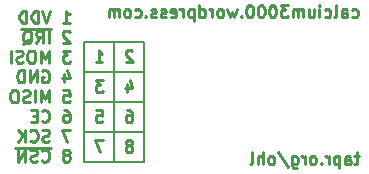
<source format=gbo>
G04 #@! TF.FileFunction,Legend,Bot*
%FSLAX46Y46*%
G04 Gerber Fmt 4.6, Leading zero omitted, Abs format (unit mm)*
G04 Created by KiCad (PCBNEW 4.0.2+dfsg1-stable) date Sun 14 May 2017 07:44:14 PM MDT*
%MOMM*%
G01*
G04 APERTURE LIST*
%ADD10C,0.100000*%
%ADD11C,0.254000*%
%ADD12C,0.200000*%
G04 APERTURE END LIST*
D10*
D11*
X152811238Y-92238286D02*
X152424190Y-92238286D01*
X152666095Y-91899619D02*
X152666095Y-92770476D01*
X152617714Y-92867238D01*
X152520952Y-92915619D01*
X152424190Y-92915619D01*
X151650096Y-92915619D02*
X151650096Y-92383429D01*
X151698477Y-92286667D01*
X151795239Y-92238286D01*
X151988762Y-92238286D01*
X152085524Y-92286667D01*
X151650096Y-92867238D02*
X151746858Y-92915619D01*
X151988762Y-92915619D01*
X152085524Y-92867238D01*
X152133905Y-92770476D01*
X152133905Y-92673714D01*
X152085524Y-92576952D01*
X151988762Y-92528571D01*
X151746858Y-92528571D01*
X151650096Y-92480190D01*
X151166286Y-92238286D02*
X151166286Y-93254286D01*
X151166286Y-92286667D02*
X151069524Y-92238286D01*
X150876001Y-92238286D01*
X150779239Y-92286667D01*
X150730858Y-92335048D01*
X150682477Y-92431810D01*
X150682477Y-92722095D01*
X150730858Y-92818857D01*
X150779239Y-92867238D01*
X150876001Y-92915619D01*
X151069524Y-92915619D01*
X151166286Y-92867238D01*
X150247048Y-92915619D02*
X150247048Y-92238286D01*
X150247048Y-92431810D02*
X150198667Y-92335048D01*
X150150286Y-92286667D01*
X150053524Y-92238286D01*
X149956763Y-92238286D01*
X149618096Y-92818857D02*
X149569715Y-92867238D01*
X149618096Y-92915619D01*
X149666477Y-92867238D01*
X149618096Y-92818857D01*
X149618096Y-92915619D01*
X148989143Y-92915619D02*
X149085905Y-92867238D01*
X149134286Y-92818857D01*
X149182667Y-92722095D01*
X149182667Y-92431810D01*
X149134286Y-92335048D01*
X149085905Y-92286667D01*
X148989143Y-92238286D01*
X148844001Y-92238286D01*
X148747239Y-92286667D01*
X148698858Y-92335048D01*
X148650477Y-92431810D01*
X148650477Y-92722095D01*
X148698858Y-92818857D01*
X148747239Y-92867238D01*
X148844001Y-92915619D01*
X148989143Y-92915619D01*
X148215048Y-92915619D02*
X148215048Y-92238286D01*
X148215048Y-92431810D02*
X148166667Y-92335048D01*
X148118286Y-92286667D01*
X148021524Y-92238286D01*
X147924763Y-92238286D01*
X147150668Y-92238286D02*
X147150668Y-93060762D01*
X147199049Y-93157524D01*
X147247430Y-93205905D01*
X147344191Y-93254286D01*
X147489334Y-93254286D01*
X147586096Y-93205905D01*
X147150668Y-92867238D02*
X147247430Y-92915619D01*
X147440953Y-92915619D01*
X147537715Y-92867238D01*
X147586096Y-92818857D01*
X147634477Y-92722095D01*
X147634477Y-92431810D01*
X147586096Y-92335048D01*
X147537715Y-92286667D01*
X147440953Y-92238286D01*
X147247430Y-92238286D01*
X147150668Y-92286667D01*
X145941144Y-91851238D02*
X146812001Y-93157524D01*
X145457334Y-92915619D02*
X145554096Y-92867238D01*
X145602477Y-92818857D01*
X145650858Y-92722095D01*
X145650858Y-92431810D01*
X145602477Y-92335048D01*
X145554096Y-92286667D01*
X145457334Y-92238286D01*
X145312192Y-92238286D01*
X145215430Y-92286667D01*
X145167049Y-92335048D01*
X145118668Y-92431810D01*
X145118668Y-92722095D01*
X145167049Y-92818857D01*
X145215430Y-92867238D01*
X145312192Y-92915619D01*
X145457334Y-92915619D01*
X144683239Y-92915619D02*
X144683239Y-91899619D01*
X144247811Y-92915619D02*
X144247811Y-92383429D01*
X144296192Y-92286667D01*
X144392954Y-92238286D01*
X144538096Y-92238286D01*
X144634858Y-92286667D01*
X144683239Y-92335048D01*
X143618858Y-92915619D02*
X143715620Y-92867238D01*
X143764001Y-92770476D01*
X143764001Y-91899619D01*
X152230667Y-80421238D02*
X152327429Y-80469619D01*
X152520952Y-80469619D01*
X152617714Y-80421238D01*
X152666095Y-80372857D01*
X152714476Y-80276095D01*
X152714476Y-79985810D01*
X152666095Y-79889048D01*
X152617714Y-79840667D01*
X152520952Y-79792286D01*
X152327429Y-79792286D01*
X152230667Y-79840667D01*
X151359810Y-80469619D02*
X151359810Y-79937429D01*
X151408191Y-79840667D01*
X151504953Y-79792286D01*
X151698476Y-79792286D01*
X151795238Y-79840667D01*
X151359810Y-80421238D02*
X151456572Y-80469619D01*
X151698476Y-80469619D01*
X151795238Y-80421238D01*
X151843619Y-80324476D01*
X151843619Y-80227714D01*
X151795238Y-80130952D01*
X151698476Y-80082571D01*
X151456572Y-80082571D01*
X151359810Y-80034190D01*
X150730857Y-80469619D02*
X150827619Y-80421238D01*
X150876000Y-80324476D01*
X150876000Y-79453619D01*
X149908382Y-80421238D02*
X150005144Y-80469619D01*
X150198667Y-80469619D01*
X150295429Y-80421238D01*
X150343810Y-80372857D01*
X150392191Y-80276095D01*
X150392191Y-79985810D01*
X150343810Y-79889048D01*
X150295429Y-79840667D01*
X150198667Y-79792286D01*
X150005144Y-79792286D01*
X149908382Y-79840667D01*
X149472953Y-80469619D02*
X149472953Y-79792286D01*
X149472953Y-79453619D02*
X149521334Y-79502000D01*
X149472953Y-79550381D01*
X149424572Y-79502000D01*
X149472953Y-79453619D01*
X149472953Y-79550381D01*
X148553715Y-79792286D02*
X148553715Y-80469619D01*
X148989143Y-79792286D02*
X148989143Y-80324476D01*
X148940762Y-80421238D01*
X148844000Y-80469619D01*
X148698858Y-80469619D01*
X148602096Y-80421238D01*
X148553715Y-80372857D01*
X148069905Y-80469619D02*
X148069905Y-79792286D01*
X148069905Y-79889048D02*
X148021524Y-79840667D01*
X147924762Y-79792286D01*
X147779620Y-79792286D01*
X147682858Y-79840667D01*
X147634477Y-79937429D01*
X147634477Y-80469619D01*
X147634477Y-79937429D02*
X147586096Y-79840667D01*
X147489334Y-79792286D01*
X147344191Y-79792286D01*
X147247429Y-79840667D01*
X147199048Y-79937429D01*
X147199048Y-80469619D01*
X146812000Y-79453619D02*
X146183048Y-79453619D01*
X146521714Y-79840667D01*
X146376572Y-79840667D01*
X146279810Y-79889048D01*
X146231429Y-79937429D01*
X146183048Y-80034190D01*
X146183048Y-80276095D01*
X146231429Y-80372857D01*
X146279810Y-80421238D01*
X146376572Y-80469619D01*
X146666857Y-80469619D01*
X146763619Y-80421238D01*
X146812000Y-80372857D01*
X145554095Y-79453619D02*
X145457334Y-79453619D01*
X145360572Y-79502000D01*
X145312191Y-79550381D01*
X145263810Y-79647143D01*
X145215429Y-79840667D01*
X145215429Y-80082571D01*
X145263810Y-80276095D01*
X145312191Y-80372857D01*
X145360572Y-80421238D01*
X145457334Y-80469619D01*
X145554095Y-80469619D01*
X145650857Y-80421238D01*
X145699238Y-80372857D01*
X145747619Y-80276095D01*
X145796000Y-80082571D01*
X145796000Y-79840667D01*
X145747619Y-79647143D01*
X145699238Y-79550381D01*
X145650857Y-79502000D01*
X145554095Y-79453619D01*
X144586476Y-79453619D02*
X144489715Y-79453619D01*
X144392953Y-79502000D01*
X144344572Y-79550381D01*
X144296191Y-79647143D01*
X144247810Y-79840667D01*
X144247810Y-80082571D01*
X144296191Y-80276095D01*
X144344572Y-80372857D01*
X144392953Y-80421238D01*
X144489715Y-80469619D01*
X144586476Y-80469619D01*
X144683238Y-80421238D01*
X144731619Y-80372857D01*
X144780000Y-80276095D01*
X144828381Y-80082571D01*
X144828381Y-79840667D01*
X144780000Y-79647143D01*
X144731619Y-79550381D01*
X144683238Y-79502000D01*
X144586476Y-79453619D01*
X143618857Y-79453619D02*
X143522096Y-79453619D01*
X143425334Y-79502000D01*
X143376953Y-79550381D01*
X143328572Y-79647143D01*
X143280191Y-79840667D01*
X143280191Y-80082571D01*
X143328572Y-80276095D01*
X143376953Y-80372857D01*
X143425334Y-80421238D01*
X143522096Y-80469619D01*
X143618857Y-80469619D01*
X143715619Y-80421238D01*
X143764000Y-80372857D01*
X143812381Y-80276095D01*
X143860762Y-80082571D01*
X143860762Y-79840667D01*
X143812381Y-79647143D01*
X143764000Y-79550381D01*
X143715619Y-79502000D01*
X143618857Y-79453619D01*
X142844762Y-80372857D02*
X142796381Y-80421238D01*
X142844762Y-80469619D01*
X142893143Y-80421238D01*
X142844762Y-80372857D01*
X142844762Y-80469619D01*
X142457714Y-79792286D02*
X142264190Y-80469619D01*
X142070667Y-79985810D01*
X141877143Y-80469619D01*
X141683619Y-79792286D01*
X141151428Y-80469619D02*
X141248190Y-80421238D01*
X141296571Y-80372857D01*
X141344952Y-80276095D01*
X141344952Y-79985810D01*
X141296571Y-79889048D01*
X141248190Y-79840667D01*
X141151428Y-79792286D01*
X141006286Y-79792286D01*
X140909524Y-79840667D01*
X140861143Y-79889048D01*
X140812762Y-79985810D01*
X140812762Y-80276095D01*
X140861143Y-80372857D01*
X140909524Y-80421238D01*
X141006286Y-80469619D01*
X141151428Y-80469619D01*
X140377333Y-80469619D02*
X140377333Y-79792286D01*
X140377333Y-79985810D02*
X140328952Y-79889048D01*
X140280571Y-79840667D01*
X140183809Y-79792286D01*
X140087048Y-79792286D01*
X139312953Y-80469619D02*
X139312953Y-79453619D01*
X139312953Y-80421238D02*
X139409715Y-80469619D01*
X139603238Y-80469619D01*
X139700000Y-80421238D01*
X139748381Y-80372857D01*
X139796762Y-80276095D01*
X139796762Y-79985810D01*
X139748381Y-79889048D01*
X139700000Y-79840667D01*
X139603238Y-79792286D01*
X139409715Y-79792286D01*
X139312953Y-79840667D01*
X138829143Y-79792286D02*
X138829143Y-80808286D01*
X138829143Y-79840667D02*
X138732381Y-79792286D01*
X138538858Y-79792286D01*
X138442096Y-79840667D01*
X138393715Y-79889048D01*
X138345334Y-79985810D01*
X138345334Y-80276095D01*
X138393715Y-80372857D01*
X138442096Y-80421238D01*
X138538858Y-80469619D01*
X138732381Y-80469619D01*
X138829143Y-80421238D01*
X137909905Y-80469619D02*
X137909905Y-79792286D01*
X137909905Y-79985810D02*
X137861524Y-79889048D01*
X137813143Y-79840667D01*
X137716381Y-79792286D01*
X137619620Y-79792286D01*
X136893906Y-80421238D02*
X136990668Y-80469619D01*
X137184191Y-80469619D01*
X137280953Y-80421238D01*
X137329334Y-80324476D01*
X137329334Y-79937429D01*
X137280953Y-79840667D01*
X137184191Y-79792286D01*
X136990668Y-79792286D01*
X136893906Y-79840667D01*
X136845525Y-79937429D01*
X136845525Y-80034190D01*
X137329334Y-80130952D01*
X136458477Y-80421238D02*
X136361715Y-80469619D01*
X136168191Y-80469619D01*
X136071430Y-80421238D01*
X136023049Y-80324476D01*
X136023049Y-80276095D01*
X136071430Y-80179333D01*
X136168191Y-80130952D01*
X136313334Y-80130952D01*
X136410096Y-80082571D01*
X136458477Y-79985810D01*
X136458477Y-79937429D01*
X136410096Y-79840667D01*
X136313334Y-79792286D01*
X136168191Y-79792286D01*
X136071430Y-79840667D01*
X135636001Y-80421238D02*
X135539239Y-80469619D01*
X135345715Y-80469619D01*
X135248954Y-80421238D01*
X135200573Y-80324476D01*
X135200573Y-80276095D01*
X135248954Y-80179333D01*
X135345715Y-80130952D01*
X135490858Y-80130952D01*
X135587620Y-80082571D01*
X135636001Y-79985810D01*
X135636001Y-79937429D01*
X135587620Y-79840667D01*
X135490858Y-79792286D01*
X135345715Y-79792286D01*
X135248954Y-79840667D01*
X134765144Y-80372857D02*
X134716763Y-80421238D01*
X134765144Y-80469619D01*
X134813525Y-80421238D01*
X134765144Y-80372857D01*
X134765144Y-80469619D01*
X133845906Y-80421238D02*
X133942668Y-80469619D01*
X134136191Y-80469619D01*
X134232953Y-80421238D01*
X134281334Y-80372857D01*
X134329715Y-80276095D01*
X134329715Y-79985810D01*
X134281334Y-79889048D01*
X134232953Y-79840667D01*
X134136191Y-79792286D01*
X133942668Y-79792286D01*
X133845906Y-79840667D01*
X133265334Y-80469619D02*
X133362096Y-80421238D01*
X133410477Y-80372857D01*
X133458858Y-80276095D01*
X133458858Y-79985810D01*
X133410477Y-79889048D01*
X133362096Y-79840667D01*
X133265334Y-79792286D01*
X133120192Y-79792286D01*
X133023430Y-79840667D01*
X132975049Y-79889048D01*
X132926668Y-79985810D01*
X132926668Y-80276095D01*
X132975049Y-80372857D01*
X133023430Y-80421238D01*
X133120192Y-80469619D01*
X133265334Y-80469619D01*
X132491239Y-80469619D02*
X132491239Y-79792286D01*
X132491239Y-79889048D02*
X132442858Y-79840667D01*
X132346096Y-79792286D01*
X132200954Y-79792286D01*
X132104192Y-79840667D01*
X132055811Y-79937429D01*
X132055811Y-80469619D01*
X132055811Y-79937429D02*
X132007430Y-79840667D01*
X131910668Y-79792286D01*
X131765525Y-79792286D01*
X131668763Y-79840667D01*
X131620382Y-79937429D01*
X131620382Y-80469619D01*
X127749905Y-80952219D02*
X128330476Y-80952219D01*
X128040190Y-80952219D02*
X128040190Y-79936219D01*
X128136952Y-80081362D01*
X128233714Y-80178124D01*
X128330476Y-80226505D01*
X126685524Y-79936219D02*
X126346857Y-80952219D01*
X126008191Y-79936219D01*
X125669524Y-80952219D02*
X125669524Y-79936219D01*
X125427619Y-79936219D01*
X125282477Y-79984600D01*
X125185715Y-80081362D01*
X125137334Y-80178124D01*
X125088953Y-80371648D01*
X125088953Y-80516790D01*
X125137334Y-80710314D01*
X125185715Y-80807076D01*
X125282477Y-80903838D01*
X125427619Y-80952219D01*
X125669524Y-80952219D01*
X124653524Y-80952219D02*
X124653524Y-79936219D01*
X124411619Y-79936219D01*
X124266477Y-79984600D01*
X124169715Y-80081362D01*
X124121334Y-80178124D01*
X124072953Y-80371648D01*
X124072953Y-80516790D01*
X124121334Y-80710314D01*
X124169715Y-80807076D01*
X124266477Y-80903838D01*
X124411619Y-80952219D01*
X124653524Y-80952219D01*
X128330476Y-81709381D02*
X128282095Y-81661000D01*
X128185333Y-81612619D01*
X127943429Y-81612619D01*
X127846667Y-81661000D01*
X127798286Y-81709381D01*
X127749905Y-81806143D01*
X127749905Y-81902905D01*
X127798286Y-82048048D01*
X128378857Y-82628619D01*
X127749905Y-82628619D01*
X126540381Y-82628619D02*
X126540381Y-81612619D01*
X125476000Y-82628619D02*
X125814666Y-82144810D01*
X126056571Y-82628619D02*
X126056571Y-81612619D01*
X125669524Y-81612619D01*
X125572762Y-81661000D01*
X125524381Y-81709381D01*
X125476000Y-81806143D01*
X125476000Y-81951286D01*
X125524381Y-82048048D01*
X125572762Y-82096429D01*
X125669524Y-82144810D01*
X126056571Y-82144810D01*
X124363238Y-82725381D02*
X124460000Y-82677000D01*
X124556762Y-82580238D01*
X124701905Y-82435095D01*
X124798666Y-82386714D01*
X124895428Y-82386714D01*
X124847047Y-82628619D02*
X124943809Y-82580238D01*
X125040571Y-82483476D01*
X125088952Y-82289952D01*
X125088952Y-81951286D01*
X125040571Y-81757762D01*
X124943809Y-81661000D01*
X124847047Y-81612619D01*
X124653524Y-81612619D01*
X124556762Y-81661000D01*
X124460000Y-81757762D01*
X124411619Y-81951286D01*
X124411619Y-82289952D01*
X124460000Y-82483476D01*
X124556762Y-82580238D01*
X124653524Y-82628619D01*
X124847047Y-82628619D01*
X126782286Y-81437480D02*
X124218095Y-81437480D01*
X128378857Y-83289019D02*
X127749905Y-83289019D01*
X128088571Y-83676067D01*
X127943429Y-83676067D01*
X127846667Y-83724448D01*
X127798286Y-83772829D01*
X127749905Y-83869590D01*
X127749905Y-84111495D01*
X127798286Y-84208257D01*
X127846667Y-84256638D01*
X127943429Y-84305019D01*
X128233714Y-84305019D01*
X128330476Y-84256638D01*
X128378857Y-84208257D01*
X126540381Y-84305019D02*
X126540381Y-83289019D01*
X126201715Y-84014733D01*
X125863048Y-83289019D01*
X125863048Y-84305019D01*
X125185714Y-83289019D02*
X124992191Y-83289019D01*
X124895429Y-83337400D01*
X124798667Y-83434162D01*
X124750286Y-83627686D01*
X124750286Y-83966352D01*
X124798667Y-84159876D01*
X124895429Y-84256638D01*
X124992191Y-84305019D01*
X125185714Y-84305019D01*
X125282476Y-84256638D01*
X125379238Y-84159876D01*
X125427619Y-83966352D01*
X125427619Y-83627686D01*
X125379238Y-83434162D01*
X125282476Y-83337400D01*
X125185714Y-83289019D01*
X124363238Y-84256638D02*
X124218095Y-84305019D01*
X123976191Y-84305019D01*
X123879429Y-84256638D01*
X123831048Y-84208257D01*
X123782667Y-84111495D01*
X123782667Y-84014733D01*
X123831048Y-83917971D01*
X123879429Y-83869590D01*
X123976191Y-83821210D01*
X124169714Y-83772829D01*
X124266476Y-83724448D01*
X124314857Y-83676067D01*
X124363238Y-83579305D01*
X124363238Y-83482543D01*
X124314857Y-83385781D01*
X124266476Y-83337400D01*
X124169714Y-83289019D01*
X123927810Y-83289019D01*
X123782667Y-83337400D01*
X123347238Y-84305019D02*
X123347238Y-83289019D01*
X127846667Y-85304086D02*
X127846667Y-85981419D01*
X128088571Y-84917038D02*
X128330476Y-85642752D01*
X127701524Y-85642752D01*
X126008191Y-85013800D02*
X126104953Y-84965419D01*
X126250096Y-84965419D01*
X126395238Y-85013800D01*
X126492000Y-85110562D01*
X126540381Y-85207324D01*
X126588762Y-85400848D01*
X126588762Y-85545990D01*
X126540381Y-85739514D01*
X126492000Y-85836276D01*
X126395238Y-85933038D01*
X126250096Y-85981419D01*
X126153334Y-85981419D01*
X126008191Y-85933038D01*
X125959810Y-85884657D01*
X125959810Y-85545990D01*
X126153334Y-85545990D01*
X125524381Y-85981419D02*
X125524381Y-84965419D01*
X124943810Y-85981419D01*
X124943810Y-84965419D01*
X124460000Y-85981419D02*
X124460000Y-84965419D01*
X124218095Y-84965419D01*
X124072953Y-85013800D01*
X123976191Y-85110562D01*
X123927810Y-85207324D01*
X123879429Y-85400848D01*
X123879429Y-85545990D01*
X123927810Y-85739514D01*
X123976191Y-85836276D01*
X124072953Y-85933038D01*
X124218095Y-85981419D01*
X124460000Y-85981419D01*
X127798286Y-86641819D02*
X128282095Y-86641819D01*
X128330476Y-87125629D01*
X128282095Y-87077248D01*
X128185333Y-87028867D01*
X127943429Y-87028867D01*
X127846667Y-87077248D01*
X127798286Y-87125629D01*
X127749905Y-87222390D01*
X127749905Y-87464295D01*
X127798286Y-87561057D01*
X127846667Y-87609438D01*
X127943429Y-87657819D01*
X128185333Y-87657819D01*
X128282095Y-87609438D01*
X128330476Y-87561057D01*
X126540381Y-87657819D02*
X126540381Y-86641819D01*
X126201715Y-87367533D01*
X125863048Y-86641819D01*
X125863048Y-87657819D01*
X125379238Y-87657819D02*
X125379238Y-86641819D01*
X124943809Y-87609438D02*
X124798666Y-87657819D01*
X124556762Y-87657819D01*
X124460000Y-87609438D01*
X124411619Y-87561057D01*
X124363238Y-87464295D01*
X124363238Y-87367533D01*
X124411619Y-87270771D01*
X124460000Y-87222390D01*
X124556762Y-87174010D01*
X124750285Y-87125629D01*
X124847047Y-87077248D01*
X124895428Y-87028867D01*
X124943809Y-86932105D01*
X124943809Y-86835343D01*
X124895428Y-86738581D01*
X124847047Y-86690200D01*
X124750285Y-86641819D01*
X124508381Y-86641819D01*
X124363238Y-86690200D01*
X123734285Y-86641819D02*
X123540762Y-86641819D01*
X123444000Y-86690200D01*
X123347238Y-86786962D01*
X123298857Y-86980486D01*
X123298857Y-87319152D01*
X123347238Y-87512676D01*
X123444000Y-87609438D01*
X123540762Y-87657819D01*
X123734285Y-87657819D01*
X123831047Y-87609438D01*
X123927809Y-87512676D01*
X123976190Y-87319152D01*
X123976190Y-86980486D01*
X123927809Y-86786962D01*
X123831047Y-86690200D01*
X123734285Y-86641819D01*
X127846667Y-88318219D02*
X128040190Y-88318219D01*
X128136952Y-88366600D01*
X128185333Y-88414981D01*
X128282095Y-88560124D01*
X128330476Y-88753648D01*
X128330476Y-89140695D01*
X128282095Y-89237457D01*
X128233714Y-89285838D01*
X128136952Y-89334219D01*
X127943429Y-89334219D01*
X127846667Y-89285838D01*
X127798286Y-89237457D01*
X127749905Y-89140695D01*
X127749905Y-88898790D01*
X127798286Y-88802029D01*
X127846667Y-88753648D01*
X127943429Y-88705267D01*
X128136952Y-88705267D01*
X128233714Y-88753648D01*
X128282095Y-88802029D01*
X128330476Y-88898790D01*
X125959810Y-89237457D02*
X126008191Y-89285838D01*
X126153334Y-89334219D01*
X126250096Y-89334219D01*
X126395238Y-89285838D01*
X126492000Y-89189076D01*
X126540381Y-89092314D01*
X126588762Y-88898790D01*
X126588762Y-88753648D01*
X126540381Y-88560124D01*
X126492000Y-88463362D01*
X126395238Y-88366600D01*
X126250096Y-88318219D01*
X126153334Y-88318219D01*
X126008191Y-88366600D01*
X125959810Y-88414981D01*
X125524381Y-88802029D02*
X125185715Y-88802029D01*
X125040572Y-89334219D02*
X125524381Y-89334219D01*
X125524381Y-88318219D01*
X125040572Y-88318219D01*
X128378857Y-89994619D02*
X127701524Y-89994619D01*
X128136952Y-91010619D01*
X126588762Y-90962238D02*
X126443619Y-91010619D01*
X126201715Y-91010619D01*
X126104953Y-90962238D01*
X126056572Y-90913857D01*
X126008191Y-90817095D01*
X126008191Y-90720333D01*
X126056572Y-90623571D01*
X126104953Y-90575190D01*
X126201715Y-90526810D01*
X126395238Y-90478429D01*
X126492000Y-90430048D01*
X126540381Y-90381667D01*
X126588762Y-90284905D01*
X126588762Y-90188143D01*
X126540381Y-90091381D01*
X126492000Y-90043000D01*
X126395238Y-89994619D01*
X126153334Y-89994619D01*
X126008191Y-90043000D01*
X124992191Y-90913857D02*
X125040572Y-90962238D01*
X125185715Y-91010619D01*
X125282477Y-91010619D01*
X125427619Y-90962238D01*
X125524381Y-90865476D01*
X125572762Y-90768714D01*
X125621143Y-90575190D01*
X125621143Y-90430048D01*
X125572762Y-90236524D01*
X125524381Y-90139762D01*
X125427619Y-90043000D01*
X125282477Y-89994619D01*
X125185715Y-89994619D01*
X125040572Y-90043000D01*
X124992191Y-90091381D01*
X124556762Y-91010619D02*
X124556762Y-89994619D01*
X123976191Y-91010619D02*
X124411619Y-90430048D01*
X123976191Y-89994619D02*
X124556762Y-90575190D01*
X128136952Y-92106448D02*
X128233714Y-92058067D01*
X128282095Y-92009686D01*
X128330476Y-91912924D01*
X128330476Y-91864543D01*
X128282095Y-91767781D01*
X128233714Y-91719400D01*
X128136952Y-91671019D01*
X127943429Y-91671019D01*
X127846667Y-91719400D01*
X127798286Y-91767781D01*
X127749905Y-91864543D01*
X127749905Y-91912924D01*
X127798286Y-92009686D01*
X127846667Y-92058067D01*
X127943429Y-92106448D01*
X128136952Y-92106448D01*
X128233714Y-92154829D01*
X128282095Y-92203210D01*
X128330476Y-92299971D01*
X128330476Y-92493495D01*
X128282095Y-92590257D01*
X128233714Y-92638638D01*
X128136952Y-92687019D01*
X127943429Y-92687019D01*
X127846667Y-92638638D01*
X127798286Y-92590257D01*
X127749905Y-92493495D01*
X127749905Y-92299971D01*
X127798286Y-92203210D01*
X127846667Y-92154829D01*
X127943429Y-92106448D01*
X125959810Y-92590257D02*
X126008191Y-92638638D01*
X126153334Y-92687019D01*
X126250096Y-92687019D01*
X126395238Y-92638638D01*
X126492000Y-92541876D01*
X126540381Y-92445114D01*
X126588762Y-92251590D01*
X126588762Y-92106448D01*
X126540381Y-91912924D01*
X126492000Y-91816162D01*
X126395238Y-91719400D01*
X126250096Y-91671019D01*
X126153334Y-91671019D01*
X126008191Y-91719400D01*
X125959810Y-91767781D01*
X125572762Y-92638638D02*
X125427619Y-92687019D01*
X125185715Y-92687019D01*
X125088953Y-92638638D01*
X125040572Y-92590257D01*
X124992191Y-92493495D01*
X124992191Y-92396733D01*
X125040572Y-92299971D01*
X125088953Y-92251590D01*
X125185715Y-92203210D01*
X125379238Y-92154829D01*
X125476000Y-92106448D01*
X125524381Y-92058067D01*
X125572762Y-91961305D01*
X125572762Y-91864543D01*
X125524381Y-91767781D01*
X125476000Y-91719400D01*
X125379238Y-91671019D01*
X125137334Y-91671019D01*
X124992191Y-91719400D01*
X124556762Y-92687019D02*
X124556762Y-91671019D01*
X123976191Y-92687019D01*
X123976191Y-91671019D01*
X126782286Y-91495880D02*
X123734286Y-91495880D01*
X133446761Y-91319048D02*
X133543523Y-91270667D01*
X133591904Y-91222286D01*
X133640285Y-91125524D01*
X133640285Y-91077143D01*
X133591904Y-90980381D01*
X133543523Y-90932000D01*
X133446761Y-90883619D01*
X133253238Y-90883619D01*
X133156476Y-90932000D01*
X133108095Y-90980381D01*
X133059714Y-91077143D01*
X133059714Y-91125524D01*
X133108095Y-91222286D01*
X133156476Y-91270667D01*
X133253238Y-91319048D01*
X133446761Y-91319048D01*
X133543523Y-91367429D01*
X133591904Y-91415810D01*
X133640285Y-91512571D01*
X133640285Y-91706095D01*
X133591904Y-91802857D01*
X133543523Y-91851238D01*
X133446761Y-91899619D01*
X133253238Y-91899619D01*
X133156476Y-91851238D01*
X133108095Y-91802857D01*
X133059714Y-91706095D01*
X133059714Y-91512571D01*
X133108095Y-91415810D01*
X133156476Y-91367429D01*
X133253238Y-91319048D01*
X133156476Y-88343619D02*
X133349999Y-88343619D01*
X133446761Y-88392000D01*
X133495142Y-88440381D01*
X133591904Y-88585524D01*
X133640285Y-88779048D01*
X133640285Y-89166095D01*
X133591904Y-89262857D01*
X133543523Y-89311238D01*
X133446761Y-89359619D01*
X133253238Y-89359619D01*
X133156476Y-89311238D01*
X133108095Y-89262857D01*
X133059714Y-89166095D01*
X133059714Y-88924190D01*
X133108095Y-88827429D01*
X133156476Y-88779048D01*
X133253238Y-88730667D01*
X133446761Y-88730667D01*
X133543523Y-88779048D01*
X133591904Y-88827429D01*
X133640285Y-88924190D01*
X130568095Y-88343619D02*
X131051904Y-88343619D01*
X131100285Y-88827429D01*
X131051904Y-88779048D01*
X130955142Y-88730667D01*
X130713238Y-88730667D01*
X130616476Y-88779048D01*
X130568095Y-88827429D01*
X130519714Y-88924190D01*
X130519714Y-89166095D01*
X130568095Y-89262857D01*
X130616476Y-89311238D01*
X130713238Y-89359619D01*
X130955142Y-89359619D01*
X131051904Y-89311238D01*
X131100285Y-89262857D01*
X131148666Y-90883619D02*
X130471333Y-90883619D01*
X130906761Y-91899619D01*
X133156476Y-86142286D02*
X133156476Y-86819619D01*
X133398380Y-85755238D02*
X133640285Y-86480952D01*
X133011333Y-86480952D01*
X131148666Y-85803619D02*
X130519714Y-85803619D01*
X130858380Y-86190667D01*
X130713238Y-86190667D01*
X130616476Y-86239048D01*
X130568095Y-86287429D01*
X130519714Y-86384190D01*
X130519714Y-86626095D01*
X130568095Y-86722857D01*
X130616476Y-86771238D01*
X130713238Y-86819619D01*
X131003523Y-86819619D01*
X131100285Y-86771238D01*
X131148666Y-86722857D01*
X133640285Y-83360381D02*
X133591904Y-83312000D01*
X133495142Y-83263619D01*
X133253238Y-83263619D01*
X133156476Y-83312000D01*
X133108095Y-83360381D01*
X133059714Y-83457143D01*
X133059714Y-83553905D01*
X133108095Y-83699048D01*
X133688666Y-84279619D01*
X133059714Y-84279619D01*
X130519714Y-84279619D02*
X131100285Y-84279619D01*
X130809999Y-84279619D02*
X130809999Y-83263619D01*
X130906761Y-83408762D01*
X131003523Y-83505524D01*
X131100285Y-83553905D01*
D12*
X132080000Y-92710000D02*
X132080000Y-82550000D01*
X134620000Y-90170000D02*
X129540000Y-90170000D01*
X129540000Y-87630000D02*
X134620000Y-87630000D01*
X134620000Y-85090000D02*
X129540000Y-85090000D01*
X129540000Y-92710000D02*
X129540000Y-82550000D01*
X134620000Y-92710000D02*
X129540000Y-92710000D01*
X134620000Y-82550000D02*
X134620000Y-92710000D01*
X129540000Y-82550000D02*
X134620000Y-82550000D01*
M02*

</source>
